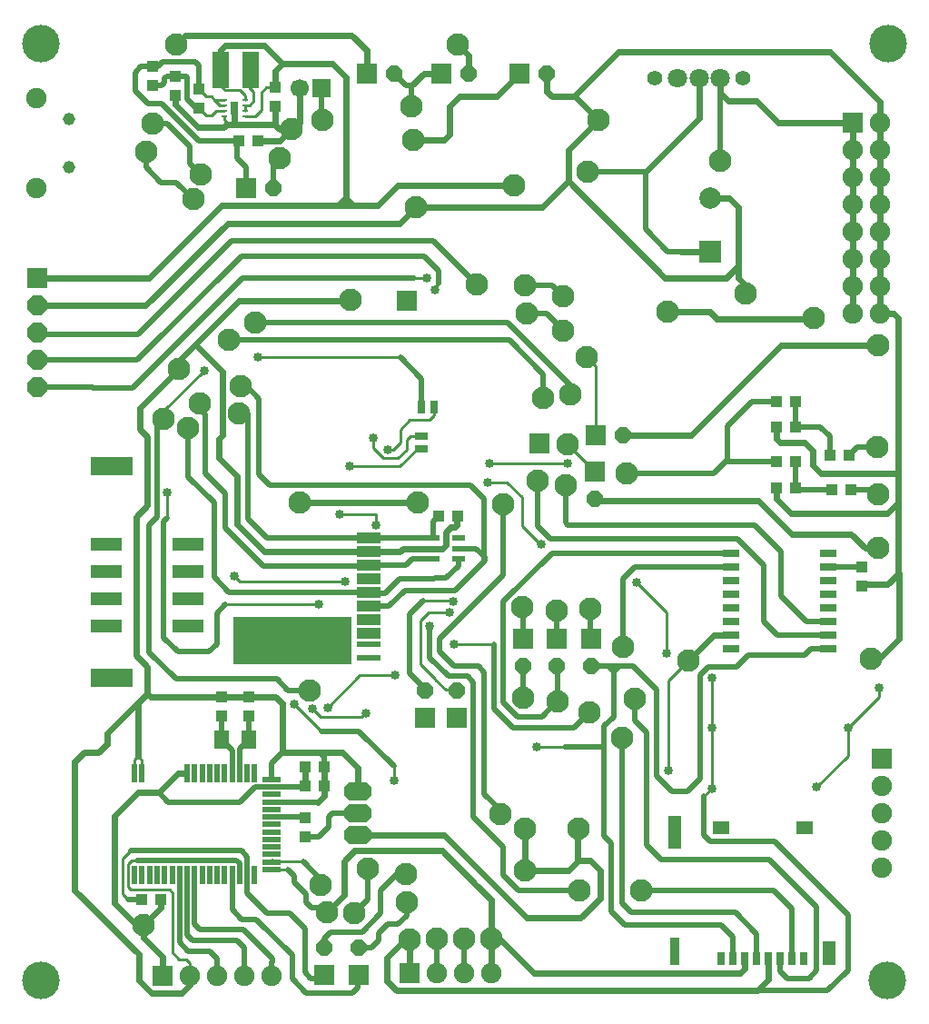
<source format=gbr>
%FSLAX35Y35*%
%MOIN*%
G04 EasyPC Gerber Version 18.0.9 Build 3640 *
%AMT25*0 Octagon Pad at angle 0*4,1,8,-0.01243,-0.03000,0.01243,-0.03000,0.03000,-0.01243,0.03000,0.01243,0.01243,0.03000,-0.01243,0.03000,-0.03000,0.01243,-0.03000,-0.01243,-0.01243,-0.03000,0*%
%ADD25T25*%
%AMT79*0 Octagon Pad at angle 0*4,1,8,-0.01549,-0.03740,0.01549,-0.03740,0.03740,-0.01549,0.03740,0.01549,0.01549,0.03740,-0.01549,0.03740,-0.03740,0.01549,-0.03740,-0.01549,-0.01549,-0.03740,0*%
%ADD79T79*%
%ADD162R,0.01969X0.06693*%
%ADD166R,0.02756X0.05118*%
%ADD83R,0.03150X0.04724*%
%ADD157R,0.03150X0.04882*%
%ADD158R,0.03740X0.09843*%
%ADD70R,0.03937X0.04291*%
%ADD161R,0.04528X0.08661*%
%ADD159R,0.05118X0.11969*%
%ADD164R,0.05512X0.06890*%
%ADD167R,0.05906X0.13386*%
%ADD23R,0.06693X0.06693*%
%ADD24R,0.07480X0.07480*%
%ADD29R,0.07874X0.07874*%
%ADD98C,0.01024*%
%ADD99C,0.01969*%
%ADD97C,0.02362*%
%ADD95C,0.03346*%
%ADD17C,0.04528*%
%ADD74C,0.05512*%
%ADD22C,0.06693*%
%ADD73C,0.07087*%
%ADD16C,0.07480*%
%ADD72C,0.07874*%
%ADD12C,0.08268*%
%ADD13C,0.13780*%
%AMT168*0 Chamfered Rectangle Pad at angle 90*4,1,8,0.05118,-0.01378,0.05118,0.01378,0.03150,0.03346,-0.03150,0.03346,-0.05118,0.01378,-0.05118,-0.01378,-0.03150,-0.03346,0.03150,-0.03346,0.05118,-0.01378,0*%
%ADD168T168*%
%ADD165R,0.02047X0.01102*%
%ADD163R,0.06693X0.01969*%
%ADD151R,0.09055X0.01969*%
%ADD155R,0.04724X0.02362*%
%ADD156R,0.05984X0.02559*%
%ADD28R,0.04724X0.03150*%
%ADD71R,0.04291X0.03937*%
%ADD150R,0.09055X0.03937*%
%ADD160R,0.05906X0.04528*%
%ADD153R,0.11811X0.04724*%
%ADD154R,0.15748X0.06693*%
%ADD152R,0.43307X0.17323*%
X0Y0D02*
D02*
D12*
X51441Y34093D03*
X52286Y317796D03*
X54786Y327914D03*
X58804Y219800D03*
X63286Y356914D03*
X64295Y237896D03*
X67790Y216430D03*
X69662Y300173D03*
X72033Y225416D03*
X72407Y309283D03*
X82641Y248629D03*
X86556Y221672D03*
X87009Y231531D03*
X92501Y255119D03*
X101487Y315399D03*
X105730Y325882D03*
X108600Y188973D03*
X112344Y120082D03*
X116338Y48570D03*
X117212Y329377D03*
X118709Y38710D03*
X127446Y263356D03*
X128819Y38461D03*
X133686Y54560D03*
X147664Y52813D03*
X147913Y42330D03*
X149138Y28601D03*
X149786Y334414D03*
X150286Y321914D03*
X151286Y297414D03*
X151907Y188973D03*
X159138Y28851D03*
X166786Y356914D03*
X169130Y28851D03*
X173872Y268847D03*
X179138Y28851D03*
X182359Y74654D03*
X183482Y188474D03*
X187286Y305414D03*
X190471Y150659D03*
X190721Y117211D03*
X191345Y268598D03*
X191470Y54061D03*
Y69417D03*
X192094Y258489D03*
X196087Y197085D03*
X198209Y227304D03*
X203076Y149286D03*
X203326Y115963D03*
X205323Y251999D03*
Y264604D03*
X206321Y195463D03*
X207070Y210439D03*
X208069Y228785D03*
X211064Y69412D03*
X211563Y46698D03*
X214059Y242264D03*
X214433Y310282D03*
X215182Y112094D03*
X215307Y150035D03*
X218286Y329414D03*
X226914Y102609D03*
X227288Y136057D03*
X228786Y199581D03*
X231656Y116837D03*
X234152Y46698D03*
X243887Y258988D03*
X251375Y130940D03*
X263160Y314414D03*
X272342Y265727D03*
X297428Y256741D03*
X318394Y131813D03*
X320891Y209441D03*
X321015Y172250D03*
Y191844D03*
Y246632D03*
D02*
D13*
X13750Y13500D03*
X13875Y357414D03*
X324406Y13750D03*
X324884Y357414D03*
D02*
D16*
X12204Y304359D03*
Y337233D03*
X68523Y15497D03*
X78523D03*
X88523D03*
X98523D03*
X159138Y16495D03*
X169138D03*
X179138D03*
X311786Y258414D03*
Y268414D03*
Y278414D03*
Y288414D03*
Y298414D03*
Y308414D03*
Y318414D03*
X321786Y258414D03*
Y268414D03*
Y278414D03*
Y288414D03*
Y298414D03*
Y308414D03*
Y318414D03*
Y328414D03*
X322513Y55153D03*
Y65153D03*
Y75153D03*
Y85153D03*
D02*
D17*
X24015Y312036D03*
Y329556D03*
D02*
D70*
X54685Y341852D03*
Y348852D03*
X63047Y338482D03*
Y345482D03*
X71659Y333615D03*
Y340615D03*
X80145Y110591D03*
Y117591D03*
X90005Y110716D03*
Y117716D03*
X99864Y334239D03*
Y341239D03*
X110597Y66411D03*
Y73411D03*
X315025Y158391D03*
Y165391D03*
D02*
D71*
X50811Y43203D03*
X57811D03*
X86380Y321514D03*
X93380D03*
X110717Y84887D03*
X110841Y92126D03*
X117717Y84887D03*
X117841Y92126D03*
X159764Y183856D03*
X166764D03*
X283569Y194465D03*
Y203950D03*
Y216804D03*
X283694Y225915D03*
X290569Y194465D03*
Y203950D03*
Y216804D03*
X290694Y225915D03*
X303288Y206446D03*
X303912Y193591D03*
X310288Y206446D03*
X310912Y193591D03*
D02*
D22*
X108849Y340914D03*
D02*
D23*
X116723D03*
D02*
D24*
X12377Y271219D03*
X58523Y15497D03*
X89123Y304167D03*
X117711Y15614D03*
X130316D03*
X133286Y346414D03*
X148038Y262857D03*
X149138Y16495D03*
X154793Y109840D03*
X160786Y346414D03*
X166399Y109840D03*
X189536Y346414D03*
X190596Y139060D03*
X196587Y210564D03*
X203076Y139060D03*
X215681D03*
X216930Y200463D03*
X217296Y213809D03*
X311786Y328414D03*
X322513Y95153D03*
D02*
D25*
X99123Y304167D03*
X117711Y25614D03*
X130316D03*
X143286Y346414D03*
X154793Y119840D03*
X166399D03*
X170786Y346414D03*
X190596Y129060D03*
X199536Y346414D03*
X203076Y129060D03*
X215681D03*
X216930Y190463D03*
X227296Y213809D03*
D02*
D28*
X153530Y208701D03*
Y213426D03*
D02*
D29*
X259536Y281072D03*
D02*
D72*
Y300757D03*
D02*
D73*
X247412Y344664D03*
X255286D03*
X263160D03*
D02*
D74*
X239144D03*
X271428D03*
D02*
D79*
X12377Y231219D03*
Y241219D03*
Y251219D03*
Y261219D03*
D02*
D83*
X153289Y223918D03*
X158013D03*
D02*
D95*
X60177Y192717D03*
X73656Y237397D03*
X84763Y162141D03*
X93499Y242264D03*
X106728Y114840D03*
X113343Y113343D03*
X115714Y151532D03*
X118959Y113717D03*
X123327Y184730D03*
X125449Y160144D03*
X127196Y202202D03*
X132937Y111720D03*
X135683Y212561D03*
X136806Y180611D03*
X140924Y208318D03*
X143296Y87009D03*
X143670Y125573D03*
X155396Y271414D03*
X156400Y143670D03*
X158286Y266914D03*
X163639Y148787D03*
X165136Y152780D03*
X165511Y136930D03*
X177617Y196461D03*
X178241Y203450D03*
X195838Y99365D03*
X197335Y173622D03*
X207195Y203450D03*
X232405Y159520D03*
X243263Y133685D03*
X244012Y90628D03*
X259987Y84139D03*
Y106354D03*
Y124824D03*
X298551Y84638D03*
X310033Y106229D03*
X321515Y121080D03*
D02*
D97*
X12377Y261219D02*
X52065D01*
X82260Y291414*
X145286*
X151286Y297414*
X12377Y271219D02*
X53437D01*
X80133Y297914*
X122828*
X49444Y95870D02*
Y115464D01*
Y115714*
X38087Y104357*
Y100488*
X34842Y97243*
X29600*
X26230Y93873*
Y46822*
X49569Y23484*
Y13625*
X54311Y8882*
X65419*
X68523Y11987*
Y15497*
X49444Y115464D02*
X52813Y118834D01*
X51441Y34093D02*
Y29350D01*
X58523Y22268*
Y15497*
X51441Y34093D02*
X48820D01*
X40832Y42080*
Y74030*
X49444Y82641*
X57057*
X63921Y89505*
X67079*
X67166Y89592*
X57811Y43203D02*
Y40463D01*
X51441Y34093*
X63047Y338482D02*
Y334868D01*
X71409Y326506*
X80769*
X82017Y327754*
X83889*
X64295Y237896D02*
X49943Y223544D01*
Y215931*
X52813Y213060*
Y187850*
X48570Y183607*
Y132937*
X52813Y128693*
Y118834*
X64295Y237896D02*
Y241016D01*
X70411Y247131*
X71286Y360414D02*
X66786D01*
X63286Y356914*
X79849Y347723D02*
Y355164D01*
X81269Y356584*
X95746*
X102360Y349969*
X80145Y117591D02*
X54056D01*
X52813Y118834*
X83889Y327754D02*
X99490D01*
X84892Y333745D02*
Y328757D01*
X83889Y327754*
X90005Y117716D02*
X99859D01*
X102235Y115339*
Y97243*
X90005Y117716D02*
X80270D01*
X80145Y117591*
X93380Y321514D02*
X101362D01*
X105730Y325882*
X99490Y327754D02*
X99739D01*
X99864Y327879*
Y334239*
Y341239D02*
Y347473D01*
X102360Y349969*
X102235Y97243D02*
X115340D01*
X102360Y349969D02*
X102485Y350094D01*
X120581*
X125574Y345102*
Y300672*
X105730Y325882D02*
X101362D01*
X99490Y327754*
X108849Y340914D02*
Y328414D01*
X105730Y325882*
X110500Y84670D02*
X110717Y84887D01*
Y92001*
X110841Y92126*
X115477Y79159D02*
X117711Y81393D01*
Y84882*
X117717Y84887*
Y92001*
X117841Y92126*
X118709Y38710D02*
X124950Y44950D01*
Y57431*
X128819Y61300*
X161018*
X173498Y48819*
X173522*
X179138Y43203*
Y28851*
X122828Y297914D02*
X125574D01*
X128194*
X125574Y300672D02*
Y300535D01*
X128194Y297914*
X125574Y300672D02*
Y300660D01*
X122828Y297914*
X125574Y300672D02*
Y297914D01*
X127446Y263356D02*
Y262981D01*
X86261*
X70411Y247131*
X128194Y297914D02*
X137286D01*
X144786Y305414*
X187286*
X129942Y67028D02*
X161654D01*
X192094Y36589*
X211813*
X218926Y43702*
Y53936*
X215307Y57556*
X210939*
X210814Y57431*
X129942Y83028D02*
Y91751D01*
X124450Y97243*
X115340*
X133286Y346414D02*
Y354914D01*
X127786Y360414*
X71286*
X134185Y170914D02*
X95833D01*
X85886Y180861*
Y198583*
X79022Y205447*
Y212436*
X80395Y213809*
Y237147*
X70411Y247131*
X149138Y28601D02*
X147289D01*
X140800Y22111*
Y13375*
X144294Y9881*
X276461*
X149138Y28601D02*
Y16495D01*
X150286Y321914D02*
X161786D01*
X163786Y323914*
Y334414*
X167286Y337914*
X181036*
X189536Y346414*
X151286Y297414D02*
X197786D01*
X207286Y306914*
X151907Y188973D02*
X108600D01*
X157786Y172125D02*
X161143D01*
X162391Y173373*
Y178115*
X164138Y179863*
X165635*
X166509Y180736*
Y183601*
X166764Y183856*
X157786Y172125D02*
X146665D01*
X145542Y171002*
X134272*
X134185Y170914*
X160786Y346414D02*
X154286D01*
X149786Y341914*
X170786Y346414D02*
Y352914D01*
X166786Y356914*
X179138Y16495D02*
Y28851D01*
X182234*
X194839Y16246*
X270470*
X272217Y17993*
Y21732*
X272123Y21826*
X191470Y54061D02*
X207444D01*
X210814Y57431*
X191470Y69417D02*
Y54061D01*
X199536Y346414D02*
Y339664D01*
X201286Y337914*
X209286*
X207286Y306914D02*
Y318414D01*
X218286Y329414*
X209286Y337914D02*
X209786D01*
X218286Y329414*
X209286Y337914D02*
X225786Y354414D01*
X303286*
X321786Y335914*
Y328414*
X210814Y57431D02*
Y69412D01*
X211064*
X235654Y310282D02*
X238786Y313414D01*
X243887Y258988D02*
X259238D01*
X261734Y256492*
X297178*
X297428Y256741*
X255286Y344664D02*
Y329914D01*
X238786Y313414*
X259536Y281072D02*
X248629D01*
X259536Y300757D02*
X266444D01*
X269786Y297414*
Y275914*
X263160Y344664D02*
Y339290D01*
X266036Y336414*
X276536*
X284536Y328414*
X311786*
X266948Y140280D02*
X260716D01*
X251375Y130940*
X269786Y275914D02*
X265286Y271414D01*
X242786*
X207286Y306914*
X272342Y265727D02*
X271344D01*
Y269721*
X269786Y271278*
Y275914*
X276461Y9881D02*
X276835D01*
X280829Y13874*
X280784Y13919*
Y21826*
X283569Y194465D02*
Y190227D01*
X288941Y184855*
X324385*
X328504Y188973*
X283569Y216804D02*
X283574Y216799D01*
Y212311*
X284947Y210939*
X294058*
X297053Y207943*
Y202826*
X300048Y199831*
X328504*
X311786Y268414D02*
Y258414D01*
Y278414D02*
Y268414D01*
Y288414D02*
Y278414D01*
Y298414D02*
Y288414D01*
Y308414D02*
Y298414D01*
Y318414D02*
Y308414D01*
Y318414D02*
Y328414D01*
X315025Y158391D02*
Y158896D01*
X324385*
X328634Y163144*
X318394Y131813D02*
X321390D01*
X328634Y139057*
Y163144*
X321015Y172250D02*
X316273D01*
X311031Y177491*
X289315*
X277085Y189722*
X217670*
X216930Y190463*
X321015Y246632D02*
X285322D01*
X252249Y213559*
X227546*
X227296Y213809*
X321786Y258414D02*
X326734D01*
X328504Y256645*
Y199831*
X321786Y258414D02*
Y268414D01*
Y278414*
Y288414*
Y298414*
Y308414*
Y318414*
Y328414*
X328504Y188973D02*
Y199831D01*
X328634Y163144D02*
X328254D01*
X328504Y164137*
Y188973*
D02*
D98*
X45824Y43203D02*
X43578Y45450D01*
Y58180*
X46573Y61175*
X48124Y89592D02*
Y94550D01*
X49444Y95870*
X49194Y57805D02*
X47072D01*
X45575Y56307*
Y48070*
X46698Y46947*
X60926*
X62049Y45824*
Y23859*
X64420Y21487*
X67041*
X68539Y19990*
Y15513*
X68523Y15497*
X50880Y89592D02*
Y94434D01*
X49444Y95870*
X58804Y222545D02*
X73656Y237397D01*
X60177Y183482D02*
Y192717D01*
X67166Y89592D02*
X67415D01*
X77442Y336698D02*
X76276Y337863D01*
X74410*
X71659Y340615*
X81152Y330792D02*
Y329244D01*
X82641Y327754*
X83889*
X81152Y332761D02*
X78163D01*
X76276Y330874*
X74399*
X71659Y333615*
X81152Y334729D02*
X79411D01*
X77442Y336698*
X81152D02*
X77442D01*
X88632Y330792D02*
X92294D01*
X94622Y333121*
Y339486*
X96375Y341239*
X99864*
X88632Y332761D02*
Y334729D01*
X90365*
X91877Y336241*
Y339611*
X90005Y341483*
Y347052*
X90676Y347723*
X88632Y336698D02*
Y338363D01*
X86635Y340359*
X81269*
X79896Y341732*
Y347676*
X79849Y347723*
X93296Y254869D02*
X93046Y255119D01*
X92501*
X93499Y242264D02*
X145667D01*
X98321Y54356D02*
X104312D01*
X109973Y57181D02*
X98750D01*
X115714Y151532D02*
X81518D01*
X116588Y104981D02*
X106728Y114840D01*
X123327Y184730D02*
X136806D01*
Y180611*
X125449Y160144D02*
X86760D01*
X84763Y162141*
X132937Y111720D02*
X132812D01*
X131439Y110347*
X116338*
X113343Y113343*
X135683Y212561D02*
Y209067D01*
X139552Y205198*
X144669*
X147913Y208443*
Y211937*
X149286Y213310*
X153414*
X153530Y213426*
X140924Y208318D02*
X143171D01*
X145792Y210939*
Y215806*
X149161Y219176*
X156275*
X158022Y220923*
Y223909*
X158013Y223918*
X143296Y87009D02*
Y92251D01*
X143670Y125573D02*
X130815D01*
X118959Y113717*
X153530Y208701D02*
X151916D01*
X145417Y202202*
X127196*
X154029Y152905D02*
X165011D01*
X165136Y152780*
X155396Y271414D02*
X150786D01*
X156400Y143670D02*
X156525Y143545D01*
X158286Y266914D02*
Y267914D01*
X159786Y269414*
X163639Y148787D02*
X156026D01*
X152906Y145667*
Y129692*
X158397Y124200*
Y124076*
X162266Y120207*
X166033*
X166399Y119840*
X177617Y196461D02*
X184855D01*
X190346Y190970*
Y180487*
X197211Y173622*
X197335*
X179988Y136930D02*
X165511D01*
X195838Y99365D02*
X205947D01*
X204075Y251999D02*
X205323D01*
X207070Y210439D02*
X208193Y209316D01*
Y209199*
X216930Y200463*
X207195Y203450D02*
X178241D01*
X214059Y242264D02*
X217296Y239027D01*
Y213809*
X243263Y133685D02*
Y148662D01*
X232405Y159520*
X244012Y90628D02*
Y123576D01*
X251375Y130940*
X257116Y81268D02*
X259987Y84139D01*
Y106354*
Y124824*
X302696Y145280D02*
X302685Y145292D01*
X310033Y106229D02*
Y96120D01*
X298551Y84638*
X321515Y121080D02*
Y117711D01*
X310033Y106229*
D02*
D99*
X46573Y61175D02*
X87384D01*
X89506Y59053*
Y52272*
X89463Y52229*
Y52190*
X50811Y43203D02*
X45824D01*
X54685Y341852D02*
X57925D01*
X59178Y343105*
Y344603*
X60057Y345482*
X63047*
X54685Y348852D02*
X56682D01*
X58549Y350718*
X70286*
X71659Y349345*
Y340615*
X58804Y219800D02*
Y222545D01*
Y219800D02*
X56433Y217428D01*
Y183607*
X53562Y180736*
Y133935*
X63297Y124200*
X100239*
X104357Y120082*
X112344*
X64659Y52190D02*
Y27613D01*
X67790Y24483*
X75652*
X78523Y21612*
Y15497*
X67415Y52190D02*
Y30348D01*
X69412Y28352*
X85886*
X88523Y25715*
Y15497*
X67790Y216430D02*
Y198333D01*
X77275Y188848*
Y161517*
X82891Y155900*
X132951*
X132965Y155914*
X134185*
X69662Y300173D02*
X63420Y306414D01*
X57776*
X52286Y311904*
Y317796*
X70171Y52190D02*
Y34207D01*
X72158Y32220*
X88133*
X98616Y21737*
Y20457*
X98523Y20364*
Y15497*
X71659Y333615D02*
X70666D01*
X67415Y336865*
Y344977*
X66911Y345482*
X63047*
X72033Y225416D02*
Y223169D01*
X73905Y221297*
Y199706*
X81393Y192218*
Y179613*
X95371Y165635*
X136441*
X136162Y165914*
X134185*
X72407Y309283D02*
X68286Y313405D01*
Y319767*
X60139Y327914*
X54786*
X80091Y101861D02*
Y110537D01*
X80145Y110591*
X81518Y151532D02*
X78273Y148287D01*
Y137055*
X75403Y134185*
X64046*
X58804Y139426*
Y182109*
X60177Y183482*
X83951Y52190D02*
Y39522D01*
X87509Y35965*
X92875*
X105980Y22860*
Y14249*
X111221Y9007*
X128070*
X130191Y11129*
Y15489*
X130316Y15614*
X83951Y89592D02*
Y98001D01*
X80091Y101861*
X86380Y321514D02*
X71783D01*
X58055Y335243*
X53188*
X48320Y340110*
Y346600*
X50567Y348846*
X54680*
X54685Y348852*
X86707Y52190D02*
Y56557D01*
X85459Y57805*
X49194*
X86707Y89592D02*
Y98633D01*
X89934Y101861*
X87009Y231531D02*
X89381D01*
X93874Y227038*
Y199207*
X97867Y195213*
X171376*
X176244Y190346*
Y168131*
X176618Y167757*
X89123Y304167D02*
Y312037D01*
X85761Y315399*
Y320896*
X86380Y321514*
X89463Y52190D02*
Y45742D01*
X96869Y38336*
X104981*
X110597Y32720*
Y16620*
X112719Y14498*
X116596*
X117711Y15614*
X89934Y101861D02*
Y110645D01*
X90005Y110716*
X98321Y73647D02*
X110361D01*
X110597Y73411*
X98321Y79159D02*
X115477D01*
X98321Y84670D02*
X92376D01*
X86852Y79146*
X60551*
X57057Y82641*
X98321Y84670D02*
X110500D01*
X98321Y87426D02*
Y93328D01*
X102235Y97243*
X98750Y57181D02*
X98681Y57111D01*
X98321*
X99123Y304167D02*
Y313035D01*
X101487Y315399*
X104312Y54356D02*
X106604Y52064D01*
Y49818*
X110972Y45450*
Y42454*
X113218Y40208*
X117212*
X118709Y38710*
X110597Y66411D02*
X115833D01*
X119458Y70036*
Y73530*
X120831Y74903*
X129817*
X129942Y75028*
X115340Y97243D02*
X116213D01*
X117836Y95620*
Y92131*
X117841Y92126*
X116338Y48570D02*
Y50816D01*
X109973Y57181*
X116723Y340914D02*
Y329865D01*
X117212Y329377*
X117711Y25614D02*
Y29100D01*
X120082Y31472*
X131814*
X138553Y38211*
Y46822*
X144544Y52813*
X147664*
X130316Y25614D02*
X135067D01*
X137680Y28227*
Y30848*
X141049Y34217*
X144669*
X147913Y37462*
Y42330*
X133686Y54560D02*
Y43328D01*
X128819Y38461*
X134185Y155914D02*
X134573Y155526D01*
X139926*
X145542Y161142*
X158147*
X158272Y161267*
X162515*
X167036Y165788*
Y168385*
X134185Y175914D02*
X96699D01*
X89755Y182858*
Y221672*
X86556*
X134185Y175914D02*
X157737D01*
X157786Y175865*
X143296Y92251D02*
X130566Y104981D01*
X116588*
X145667Y242264D02*
X153530Y234402D01*
Y224159*
X153289Y223918*
X149786Y334414D02*
Y341914D01*
X147786*
X143286Y346414*
X150786Y271414D02*
X87633D01*
X47251Y231032*
X32786*
X32600Y231219*
X12377*
X154793Y119840D02*
Y120566D01*
X149161Y126197*
Y148038*
X154029Y152905*
X156525Y143545D02*
Y132188D01*
X156463Y132126*
X163264Y125324*
X170253*
X172500Y123077*
Y73655*
X183482Y62672*
Y52189*
X188974Y46698*
X211563*
X157786Y168385D02*
X150164D01*
X147664Y165885*
X134215*
X134185Y165914*
X157786Y175865D02*
Y181878D01*
X159764Y183856*
X159138Y16495D02*
Y28851D01*
X159786Y269414D02*
Y273914D01*
X154286Y279414*
X87260*
X49065Y241219*
X12377*
X167036Y172125D02*
X173498D01*
X176618Y169005*
Y167757*
X169138Y16495D02*
Y28843D01*
X169130Y28851*
X173872Y268847D02*
X157806Y284914D01*
X83760*
X49565Y250719*
X12877*
X12377Y251219*
X176618Y167757D02*
X165635Y156774D01*
X147289*
X141430Y150914*
X134185*
X183482Y188474D02*
X183357D01*
Y162390*
X160019Y139052*
Y134434*
X165386Y129068*
X174247*
X176493Y126821*
Y82142*
X182359Y76276*
Y74654*
X190596Y139060D02*
Y150534D01*
X190471Y150659*
X190721Y117211D02*
Y128935D01*
X190596Y129060*
X191345Y268598D02*
X201329D01*
X205323Y264604*
X192094Y258489D02*
X199332D01*
X204075Y253746*
Y251999*
X198209Y227304D02*
Y235991D01*
X185571Y248629*
X82641*
X203076Y149286D02*
Y139060D01*
X203326Y115963D02*
Y128810D01*
X203076Y129060*
X205947Y99365D02*
X206072Y99489D01*
X220424*
X208069Y228785D02*
Y231906D01*
X185105Y254869*
X93296*
X214433Y310282D02*
X235654D01*
X215182Y112094D02*
X209566Y106478D01*
X186977*
X179988Y113467*
Y136930*
X215307Y150035D02*
Y139434D01*
X215681Y139060*
Y129060D02*
Y128943D01*
X222171*
X220424Y99489D02*
Y106853D01*
X224043Y110472*
Y126072*
X222171Y128943D02*
X224043D01*
Y126072D02*
Y127071D01*
X225915Y128943*
X224043Y126072D02*
Y127071D01*
X222171Y128943*
X224043Y126072D02*
Y128943D01*
X225915*
X227288Y136057D02*
Y161017D01*
X231656Y165385*
X266180*
X266285Y165280*
X266948*
X228786Y199581D02*
X260735D01*
X265104Y203950*
X231656Y116837D02*
Y108974D01*
X236024Y104606*
Y63296*
X241266Y58055*
X257491*
X248629Y281072D02*
X243893D01*
X235650Y289315*
Y308663*
X235654Y308667*
Y310282*
X263160Y344664D02*
Y314414D01*
X265104Y203950D02*
X283569D01*
X266948Y170280D02*
Y170378D01*
X201357*
X183482Y152503*
Y115741*
X188752Y110472*
X197585*
X203076Y115963*
X203326*
X267792Y21826D02*
Y29532D01*
X263481Y33843*
X228162*
X223045Y38960*
Y64045*
X220424Y66666*
Y99489*
X276454Y21826D02*
Y30730D01*
X268598Y38585*
X230283*
X226914Y41955*
Y102609*
X276461Y9881D02*
X302420D01*
X310033Y17494*
Y37587*
X282950Y64669*
X259487*
X257116Y67041*
Y81268*
X283694Y225915D02*
X274589D01*
X265603Y216929*
Y204449*
X265104Y203950*
X285115Y21826D02*
Y17076D01*
X287693Y14498*
X295680*
X298551Y17369*
Y40582*
X281078Y58055*
X257491*
X289446Y21826D02*
Y39958D01*
X282706Y46698*
X234152*
X290569Y203950D02*
Y194465D01*
X290694Y225915D02*
Y216929D01*
X290569Y216804*
X302685Y145292D02*
X294807D01*
X285446Y154652*
Y170877*
X275587Y180736*
X207195*
X206321Y181610*
Y195463*
X302696Y135280D02*
X302724Y135308D01*
X296304*
X294058Y133061*
X273341*
X268972Y128693*
X258739*
X255743Y125698*
Y87633*
X251126Y83015*
X245260*
X239644Y88631*
Y120456*
X239207Y120893*
X231157Y128943*
X225915*
X302696Y140280D02*
X283969D01*
X279081Y145167*
Y166009*
X269347Y175744*
X200705*
X196087Y180362*
Y197085*
X302696Y165280D02*
X314914D01*
X315025Y165391*
X303288Y206446D02*
Y213191D01*
X299674Y216804*
X290569*
X303912Y193591D02*
X291443D01*
X290569Y194465*
X320891Y209441D02*
X313283D01*
X310288Y206446*
X321015Y191844D02*
Y191969D01*
X319393Y193591*
X310912*
D02*
D150*
X134185Y140914D03*
Y145914D03*
Y150914D03*
Y155914D03*
Y160914D03*
Y165914D03*
Y170914D03*
Y175914D03*
D02*
D151*
Y131859D03*
Y136977D03*
D02*
D152*
X106035Y138355D03*
D02*
D153*
X37728Y143664D03*
Y153664D03*
Y163664D03*
Y173664D03*
X67728Y143664D03*
Y153664D03*
Y163664D03*
Y173664D03*
D02*
D154*
X39697Y124648D03*
Y202207D03*
D02*
D155*
X157786Y168385D03*
Y172125D03*
Y175865D03*
X167036Y168385D03*
Y172125D03*
Y175865D03*
D02*
D156*
X266948Y135280D03*
Y140280D03*
Y145280D03*
Y150280D03*
Y155280D03*
Y160280D03*
Y165280D03*
Y170280D03*
X302696Y135280D03*
Y140280D03*
Y145280D03*
Y150280D03*
Y155280D03*
Y160280D03*
Y165280D03*
Y170280D03*
D02*
D157*
X263461Y21826D03*
X267792D03*
X272123D03*
X276454D03*
X280784D03*
X285115D03*
X289446D03*
X293776D03*
D02*
D158*
X246355Y24307D03*
D02*
D159*
Y68086D03*
D02*
D160*
X263304Y69563D03*
X293934D03*
D02*
D161*
X303009Y23716D03*
D02*
D162*
X48124Y52190D03*
Y89592D03*
X50880Y52190D03*
Y89592D03*
X53636Y52190D03*
X56392D03*
X59148D03*
X61904D03*
X64659D03*
X67415D03*
Y89592D03*
X70171Y52190D03*
Y89592D03*
X72927Y52190D03*
Y89592D03*
X75683Y52190D03*
Y89592D03*
X78439Y52190D03*
Y89592D03*
X81195Y52190D03*
Y89592D03*
X83951Y52190D03*
Y89592D03*
X86707Y52190D03*
Y89592D03*
X89463Y52190D03*
Y89592D03*
X92219Y52190D03*
Y89592D03*
D02*
D163*
X98321Y54356D03*
Y57111D03*
Y59867D03*
Y62623D03*
Y65379D03*
Y68135D03*
Y70891D03*
Y73647D03*
Y76403D03*
Y79159D03*
Y81915D03*
Y84670D03*
Y87426D03*
D02*
D164*
X80091Y101861D03*
X89934D03*
D02*
D165*
X81152Y330792D03*
Y332761D03*
Y334729D03*
Y336698D03*
X88632Y330792D03*
Y332761D03*
Y334729D03*
Y336698D03*
D02*
D166*
X84892Y333745D03*
D02*
D167*
X79849Y347723D03*
X90676D03*
D02*
D168*
X129942Y67028D03*
Y75028D03*
Y83028D03*
X0Y0D02*
M02*

</source>
